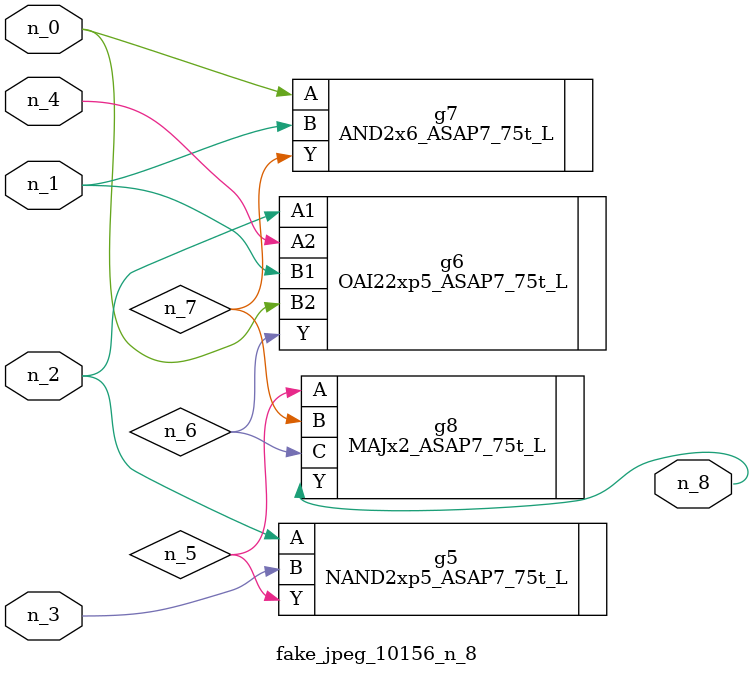
<source format=v>
module fake_jpeg_10156_n_8 (n_3, n_2, n_1, n_0, n_4, n_8);

input n_3;
input n_2;
input n_1;
input n_0;
input n_4;

output n_8;

wire n_6;
wire n_5;
wire n_7;

NAND2xp5_ASAP7_75t_L g5 ( 
.A(n_2),
.B(n_3),
.Y(n_5)
);

OAI22xp5_ASAP7_75t_L g6 ( 
.A1(n_2),
.A2(n_4),
.B1(n_1),
.B2(n_0),
.Y(n_6)
);

AND2x6_ASAP7_75t_L g7 ( 
.A(n_0),
.B(n_1),
.Y(n_7)
);

MAJx2_ASAP7_75t_L g8 ( 
.A(n_5),
.B(n_7),
.C(n_6),
.Y(n_8)
);


endmodule
</source>
